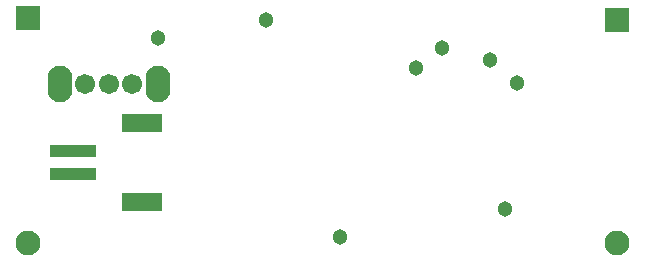
<source format=gbs>
G04 Layer: BottomSolderMaskLayer*
G04 EasyEDA v6.5.42, 2024-05-27 16:03:50*
G04 5a823164b2b14e8aa45e0a56d25f44cb,4b06660695a64fe3bf0f4e1e846abbee,10*
G04 Gerber Generator version 0.2*
G04 Scale: 100 percent, Rotated: No, Reflected: No *
G04 Dimensions in millimeters *
G04 leading zeros omitted , absolute positions ,4 integer and 5 decimal *
%FSLAX45Y45*%
%MOMM*%

%ADD10C,2.1016*%
%ADD11O,1.7015460000000002X1.7015968000000001*%
%ADD12O,2.101596X3.1015939999999995*%
%ADD13R,2.1016X2.1016*%
%ADD14R,3.9016X1.1016*%
%ADD15R,3.5016X1.6016*%
%ADD16C,1.3016*%

%LPD*%
D10*
G01*
X2197100Y-1219200D03*
D11*
G01*
X-2308199Y125399D03*
G01*
X-1908200Y125399D03*
G01*
X-2108200Y125399D03*
D12*
G01*
X-1693189Y125399D03*
G01*
X-2523210Y125399D03*
D13*
G01*
X2197100Y673100D03*
D10*
G01*
X-2794000Y-1220800D03*
D13*
G01*
X-2794000Y685800D03*
D14*
G01*
X-2413406Y-435000D03*
G01*
X-2413406Y-635000D03*
D15*
G01*
X-1828393Y-870000D03*
G01*
X-1828393Y-199999D03*
D16*
G01*
X711200Y431800D03*
G01*
X-1689100Y520700D03*
G01*
X-152400Y-1168400D03*
G01*
X495300Y266700D03*
G01*
X1117600Y330200D03*
G01*
X1346200Y139700D03*
G01*
X1244600Y-927100D03*
G01*
X-774700Y673100D03*
M02*

</source>
